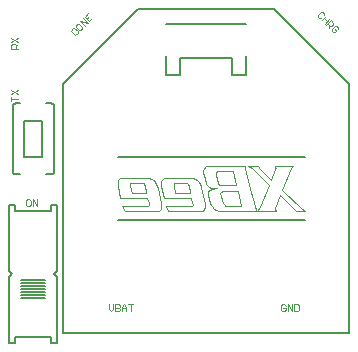
<source format=gbo>
G75*
%MOIN*%
%OFA0B0*%
%FSLAX24Y24*%
%IPPOS*%
%LPD*%
%AMOC8*
5,1,8,0,0,1.08239X$1,22.5*
%
%ADD10C,0.0020*%
%ADD11C,0.0080*%
%ADD12C,0.0060*%
%ADD13C,0.0040*%
%ADD14C,0.0050*%
D10*
X015860Y012183D02*
X015933Y012110D01*
X016007Y012183D01*
X016007Y012330D01*
X016081Y012330D02*
X016191Y012330D01*
X016228Y012293D01*
X016228Y012257D01*
X016191Y012220D01*
X016081Y012220D01*
X016081Y012110D02*
X016191Y012110D01*
X016228Y012147D01*
X016228Y012183D01*
X016191Y012220D01*
X016302Y012220D02*
X016449Y012220D01*
X016449Y012257D02*
X016449Y012110D01*
X016449Y012257D02*
X016375Y012330D01*
X016302Y012257D01*
X016302Y012110D01*
X016081Y012110D02*
X016081Y012330D01*
X015860Y012330D02*
X015860Y012183D01*
X016523Y012330D02*
X016670Y012330D01*
X016596Y012330D02*
X016596Y012110D01*
X013478Y015610D02*
X013331Y015830D01*
X013331Y015610D01*
X013257Y015647D02*
X013257Y015793D01*
X013220Y015830D01*
X013147Y015830D01*
X013110Y015793D01*
X013110Y015647D01*
X013147Y015610D01*
X013220Y015610D01*
X013257Y015647D01*
X013478Y015610D02*
X013478Y015830D01*
X012620Y019110D02*
X012620Y019257D01*
X012620Y019183D02*
X012840Y019183D01*
X012840Y019331D02*
X012620Y019478D01*
X012620Y019331D02*
X012840Y019478D01*
X012840Y020860D02*
X012620Y020860D01*
X012620Y020970D01*
X012657Y021007D01*
X012730Y021007D01*
X012767Y020970D01*
X012767Y020860D01*
X012767Y020933D02*
X012840Y021007D01*
X012840Y021081D02*
X012620Y021228D01*
X012620Y021081D02*
X012840Y021228D01*
X014591Y021459D02*
X014669Y021537D01*
X014720Y021537D01*
X014824Y021433D01*
X014824Y021381D01*
X014746Y021303D01*
X014591Y021459D01*
X014773Y021589D02*
X014877Y021486D01*
X014929Y021486D01*
X014981Y021538D01*
X014981Y021589D01*
X014877Y021693D01*
X014825Y021693D01*
X014773Y021641D01*
X014773Y021589D01*
X014903Y021772D02*
X015163Y021720D01*
X015007Y021875D01*
X015060Y021928D02*
X015215Y021772D01*
X015319Y021876D01*
X015189Y021902D02*
X015137Y021850D01*
X015060Y021928D02*
X015163Y022032D01*
X014903Y021772D02*
X015059Y021616D01*
X022829Y021928D02*
X022881Y021876D01*
X022933Y021876D01*
X022960Y021797D02*
X023115Y021953D01*
X023037Y021980D02*
X023037Y022031D01*
X022985Y022083D01*
X022933Y022083D01*
X022829Y021980D01*
X022829Y021928D01*
X023038Y021875D02*
X023141Y021771D01*
X023168Y021693D02*
X023246Y021615D01*
X023298Y021615D01*
X023350Y021667D01*
X023350Y021719D01*
X023272Y021797D01*
X023116Y021641D01*
X023064Y021693D02*
X023219Y021849D01*
X023220Y021641D02*
X023220Y021537D01*
X023298Y021511D02*
X023298Y021459D01*
X023350Y021407D01*
X023402Y021407D01*
X023454Y021459D01*
X023402Y021511D01*
X023402Y021615D02*
X023298Y021511D01*
X023402Y021615D02*
X023454Y021615D01*
X023506Y021563D01*
X023506Y021511D01*
X022162Y012330D02*
X022052Y012330D01*
X022052Y012110D01*
X022162Y012110D01*
X022199Y012147D01*
X022199Y012293D01*
X022162Y012330D01*
X021978Y012330D02*
X021978Y012110D01*
X021831Y012330D01*
X021831Y012110D01*
X021757Y012147D02*
X021757Y012220D01*
X021683Y012220D01*
X021610Y012147D02*
X021647Y012110D01*
X021720Y012110D01*
X021757Y012147D01*
X021757Y012293D02*
X021720Y012330D01*
X021647Y012330D01*
X021610Y012293D01*
X021610Y012147D01*
D11*
X023864Y011385D02*
X014336Y011385D01*
X014336Y019683D01*
X016826Y022173D01*
X021374Y022173D01*
X023864Y019683D01*
X023864Y011385D01*
X020439Y019978D02*
X019966Y019978D01*
X019966Y020529D01*
X018234Y020529D01*
X018234Y019978D01*
X017761Y019978D01*
X017761Y020608D01*
X017761Y021671D02*
X020439Y021671D01*
X020439Y020608D02*
X020439Y019978D01*
D12*
X022400Y017229D02*
X016172Y017229D01*
X016172Y015141D02*
X022400Y015141D01*
D13*
X022417Y015437D02*
X022093Y015437D01*
X022044Y015524D01*
X021589Y015968D01*
X021414Y015535D01*
X021414Y015497D01*
X021446Y015437D01*
X019544Y015437D01*
X019440Y015470D01*
X019374Y015502D01*
X019292Y015596D01*
X019281Y015661D01*
X019243Y015722D01*
X019182Y015963D01*
X019182Y016111D01*
X019188Y016122D01*
X019303Y016177D01*
X019462Y016199D01*
X019352Y016199D01*
X019264Y016221D01*
X019199Y016248D01*
X019116Y016330D01*
X019095Y016385D01*
X019029Y016659D01*
X019012Y016703D01*
X019012Y016796D01*
X019034Y016851D01*
X019067Y016911D01*
X019111Y016939D01*
X019177Y016955D01*
X020421Y016955D01*
X020421Y016846D01*
X020443Y016747D01*
X020586Y016166D01*
X020662Y015853D01*
X020728Y015607D01*
X020772Y015475D01*
X020805Y015442D01*
X020821Y015442D01*
X020909Y015563D01*
X021216Y016319D01*
X020701Y016802D01*
X020624Y016868D01*
X020569Y016906D01*
X020498Y016955D01*
X020843Y016955D01*
X020849Y016933D01*
X020865Y016900D01*
X020887Y016873D01*
X021276Y016489D01*
X021414Y016835D01*
X021414Y016862D01*
X021430Y016889D01*
X021414Y016922D01*
X021414Y016955D01*
X022017Y016955D01*
X021956Y016895D01*
X021644Y016133D01*
X022280Y015535D01*
X022417Y015437D01*
X020284Y015623D02*
X020158Y016105D01*
X019659Y016105D01*
X019615Y016089D01*
X019588Y016051D01*
X019588Y016034D01*
X019670Y015711D01*
X019692Y015678D01*
X019731Y015634D01*
X019752Y015623D01*
X020284Y015623D01*
X020120Y016303D02*
X019571Y016303D01*
X019539Y016325D01*
X019522Y016363D01*
X019445Y016654D01*
X019451Y016741D01*
X019500Y016769D01*
X020005Y016769D01*
X020120Y016303D01*
X018952Y016210D02*
X019062Y015722D01*
X019073Y015634D01*
X019073Y015579D01*
X019056Y015519D01*
X019029Y015480D01*
X018985Y015448D01*
X018941Y015437D01*
X017856Y015437D01*
X017779Y015623D01*
X017850Y015612D01*
X018640Y015612D01*
X018661Y015629D01*
X018667Y015667D01*
X018656Y015700D01*
X018612Y015886D01*
X017713Y015886D01*
X017620Y016264D01*
X017620Y016456D01*
X017642Y016478D01*
X017713Y016533D01*
X017773Y016555D01*
X018634Y016555D01*
X018667Y016550D01*
X018733Y016528D01*
X018820Y016473D01*
X018870Y016401D01*
X018936Y016270D01*
X018952Y016210D01*
X018563Y016062D02*
X018557Y016056D01*
X018086Y016056D01*
X018026Y016292D01*
X018026Y016363D01*
X018042Y016380D01*
X018064Y016385D01*
X018453Y016385D01*
X018486Y016369D01*
X018508Y016330D01*
X018524Y016286D01*
X018563Y016062D01*
X017603Y015722D02*
X017494Y016210D01*
X017477Y016270D01*
X017411Y016401D01*
X017362Y016473D01*
X017274Y016528D01*
X017209Y016550D01*
X017176Y016555D01*
X016315Y016555D01*
X016255Y016533D01*
X016183Y016478D01*
X016162Y016456D01*
X016162Y016264D01*
X016255Y015886D01*
X017154Y015886D01*
X017198Y015700D01*
X017209Y015667D01*
X017203Y015629D01*
X017181Y015612D01*
X016392Y015612D01*
X016321Y015623D01*
X016397Y015437D01*
X017483Y015437D01*
X017527Y015448D01*
X017571Y015480D01*
X017598Y015519D01*
X017614Y015579D01*
X017614Y015634D01*
X017603Y015722D01*
X017104Y016062D02*
X017099Y016056D01*
X016628Y016056D01*
X016567Y016292D01*
X016567Y016363D01*
X016584Y016380D01*
X016606Y016385D01*
X016995Y016385D01*
X017028Y016369D01*
X017050Y016330D01*
X017066Y016286D01*
X017104Y016062D01*
D14*
X012750Y011050D02*
X012550Y011050D01*
X012550Y013250D01*
X012650Y013350D01*
X012550Y013450D01*
X012550Y015650D01*
X012750Y015650D01*
X012750Y015450D01*
X013950Y015450D01*
X013950Y015650D01*
X014150Y015650D01*
X014150Y013450D01*
X014050Y013350D01*
X014150Y013250D01*
X014150Y011050D01*
X013950Y011050D01*
X013950Y011250D01*
X012750Y011250D01*
X012750Y011050D01*
X012950Y012550D02*
X013750Y012550D01*
X013750Y012650D02*
X012950Y012650D01*
X012950Y012750D02*
X013750Y012750D01*
X013750Y012850D02*
X012950Y012850D01*
X012950Y012950D02*
X013750Y012950D01*
X013750Y013050D02*
X012950Y013050D01*
X012950Y013150D02*
X013750Y013150D01*
X013783Y016669D02*
X013941Y016669D01*
X013961Y016674D01*
X013980Y016683D01*
X013997Y016694D01*
X014012Y016709D01*
X014024Y016726D01*
X014033Y016745D01*
X014039Y016765D01*
X014041Y016786D01*
X014039Y016807D01*
X014039Y018933D01*
X014038Y018950D01*
X014033Y018967D01*
X014026Y018982D01*
X014016Y018996D01*
X014004Y019008D01*
X013990Y019018D01*
X013975Y019025D01*
X013958Y019030D01*
X013941Y019031D01*
X013783Y019031D01*
X013645Y018441D02*
X013055Y018441D01*
X013055Y017259D01*
X013645Y017259D01*
X013645Y018441D01*
X012917Y019031D02*
X012759Y019031D01*
X012742Y019030D01*
X012725Y019025D01*
X012710Y019018D01*
X012696Y019008D01*
X012684Y018996D01*
X012674Y018982D01*
X012667Y018967D01*
X012662Y018950D01*
X012661Y018933D01*
X012661Y016767D01*
X012662Y016750D01*
X012667Y016733D01*
X012674Y016718D01*
X012684Y016704D01*
X012696Y016692D01*
X012710Y016682D01*
X012725Y016675D01*
X012742Y016670D01*
X012759Y016669D01*
X012917Y016669D01*
M02*

</source>
